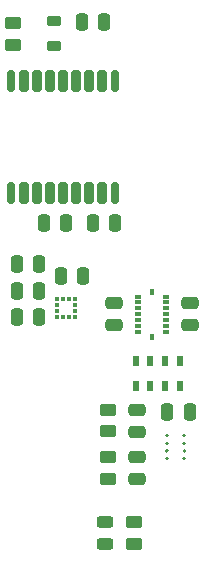
<source format=gbr>
%TF.GenerationSoftware,KiCad,Pcbnew,8.0.3*%
%TF.CreationDate,2024-10-23T15:01:46-04:00*%
%TF.ProjectId,SensorBoardNoMCU,53656e73-6f72-4426-9f61-72644e6f4d43,rev?*%
%TF.SameCoordinates,Original*%
%TF.FileFunction,Paste,Top*%
%TF.FilePolarity,Positive*%
%FSLAX46Y46*%
G04 Gerber Fmt 4.6, Leading zero omitted, Abs format (unit mm)*
G04 Created by KiCad (PCBNEW 8.0.3) date 2024-10-23 15:01:46*
%MOMM*%
%LPD*%
G01*
G04 APERTURE LIST*
G04 Aperture macros list*
%AMRoundRect*
0 Rectangle with rounded corners*
0 $1 Rounding radius*
0 $2 $3 $4 $5 $6 $7 $8 $9 X,Y pos of 4 corners*
0 Add a 4 corners polygon primitive as box body*
4,1,4,$2,$3,$4,$5,$6,$7,$8,$9,$2,$3,0*
0 Add four circle primitives for the rounded corners*
1,1,$1+$1,$2,$3*
1,1,$1+$1,$4,$5*
1,1,$1+$1,$6,$7*
1,1,$1+$1,$8,$9*
0 Add four rect primitives between the rounded corners*
20,1,$1+$1,$2,$3,$4,$5,0*
20,1,$1+$1,$4,$5,$6,$7,0*
20,1,$1+$1,$6,$7,$8,$9,0*
20,1,$1+$1,$8,$9,$2,$3,0*%
G04 Aperture macros list end*
%ADD10C,0.175000*%
%ADD11RoundRect,0.250000X-0.475000X0.250000X-0.475000X-0.250000X0.475000X-0.250000X0.475000X0.250000X0*%
%ADD12RoundRect,0.243750X0.456250X-0.243750X0.456250X0.243750X-0.456250X0.243750X-0.456250X-0.243750X0*%
%ADD13R,0.590000X0.350000*%
%ADD14R,0.350000X0.590000*%
%ADD15RoundRect,0.250000X-0.250000X-0.475000X0.250000X-0.475000X0.250000X0.475000X-0.250000X0.475000X0*%
%ADD16RoundRect,0.218750X-0.381250X0.218750X-0.381250X-0.218750X0.381250X-0.218750X0.381250X0.218750X0*%
%ADD17RoundRect,0.250000X0.450000X-0.262500X0.450000X0.262500X-0.450000X0.262500X-0.450000X-0.262500X0*%
%ADD18RoundRect,0.250000X0.250000X0.475000X-0.250000X0.475000X-0.250000X-0.475000X0.250000X-0.475000X0*%
%ADD19R,0.550000X0.950000*%
%ADD20RoundRect,0.250000X0.475000X-0.250000X0.475000X0.250000X-0.475000X0.250000X-0.475000X-0.250000X0*%
%ADD21RoundRect,0.175000X0.175000X-0.725000X0.175000X0.725000X-0.175000X0.725000X-0.175000X-0.725000X0*%
%ADD22RoundRect,0.200000X0.200000X-0.700000X0.200000X0.700000X-0.200000X0.700000X-0.200000X-0.700000X0*%
%ADD23R,0.350000X0.375000*%
%ADD24R,0.375000X0.350000*%
G04 APERTURE END LIST*
D10*
%TO.C,U5*%
X103862500Y-89275000D02*
G75*
G02*
X103687500Y-89275000I-87500J0D01*
G01*
X103687500Y-89275000D02*
G75*
G02*
X103862500Y-89275000I87500J0D01*
G01*
X103862500Y-89925000D02*
G75*
G02*
X103687500Y-89925000I-87500J0D01*
G01*
X103687500Y-89925000D02*
G75*
G02*
X103862500Y-89925000I87500J0D01*
G01*
X103862500Y-90575000D02*
G75*
G02*
X103687500Y-90575000I-87500J0D01*
G01*
X103687500Y-90575000D02*
G75*
G02*
X103862500Y-90575000I87500J0D01*
G01*
X103862500Y-91225000D02*
G75*
G02*
X103687500Y-91225000I-87500J0D01*
G01*
X103687500Y-91225000D02*
G75*
G02*
X103862500Y-91225000I87500J0D01*
G01*
X105312500Y-89275000D02*
G75*
G02*
X105137500Y-89275000I-87500J0D01*
G01*
X105137500Y-89275000D02*
G75*
G02*
X105312500Y-89275000I87500J0D01*
G01*
X105312500Y-89925000D02*
G75*
G02*
X105137500Y-89925000I-87500J0D01*
G01*
X105137500Y-89925000D02*
G75*
G02*
X105312500Y-89925000I87500J0D01*
G01*
X105312500Y-90575000D02*
G75*
G02*
X105137500Y-90575000I-87500J0D01*
G01*
X105137500Y-90575000D02*
G75*
G02*
X105312500Y-90575000I87500J0D01*
G01*
X105312500Y-91225000D02*
G75*
G02*
X105137500Y-91225000I-87500J0D01*
G01*
X105137500Y-91225000D02*
G75*
G02*
X105312500Y-91225000I87500J0D01*
G01*
%TD*%
D11*
%TO.C,C3*%
X99250000Y-78050000D03*
X99250000Y-79950000D03*
%TD*%
D12*
%TO.C,D1*%
X98500000Y-98437500D03*
X98500000Y-96562500D03*
%TD*%
D13*
%TO.C,U1*%
X101335000Y-80500000D03*
X101335000Y-80000000D03*
X101335000Y-79500000D03*
X101335000Y-79000000D03*
X101335000Y-78500000D03*
X101335000Y-78000000D03*
X101335000Y-77500000D03*
D14*
X102500000Y-77085000D03*
D13*
X103665000Y-77500000D03*
X103665000Y-78000000D03*
X103665000Y-78500000D03*
X103665000Y-79000000D03*
X103665000Y-79500000D03*
X103665000Y-80000000D03*
X103665000Y-80500000D03*
D14*
X102500000Y-80915000D03*
%TD*%
D15*
%TO.C,C10*%
X103800000Y-87250000D03*
X105700000Y-87250000D03*
%TD*%
%TO.C,C9*%
X94800000Y-75750000D03*
X96700000Y-75750000D03*
%TD*%
D16*
%TO.C,L1*%
X94250000Y-54187500D03*
X94250000Y-56312500D03*
%TD*%
D15*
%TO.C,C8*%
X96550000Y-54250000D03*
X98450000Y-54250000D03*
%TD*%
D17*
%TO.C,R2*%
X101000000Y-98412500D03*
X101000000Y-96587500D03*
%TD*%
D18*
%TO.C,C6*%
X92950000Y-79250000D03*
X91050000Y-79250000D03*
%TD*%
D17*
%TO.C,R3*%
X98750000Y-88912500D03*
X98750000Y-87087500D03*
%TD*%
D18*
%TO.C,C2*%
X95250000Y-71250000D03*
X93350000Y-71250000D03*
%TD*%
D19*
%TO.C,U4*%
X101125000Y-85075000D03*
X102375000Y-85075000D03*
X103625000Y-85075000D03*
X104875000Y-85075000D03*
X104875000Y-82925000D03*
X103625000Y-82925000D03*
X102375000Y-82925000D03*
X101125000Y-82925000D03*
%TD*%
D11*
%TO.C,C12*%
X101250000Y-87100000D03*
X101250000Y-89000000D03*
%TD*%
D20*
%TO.C,C4*%
X105750000Y-79950000D03*
X105750000Y-78050000D03*
%TD*%
D17*
%TO.C,R4*%
X98750000Y-92912500D03*
X98750000Y-91087500D03*
%TD*%
D18*
%TO.C,C5*%
X92950000Y-77000000D03*
X91050000Y-77000000D03*
%TD*%
D21*
%TO.C,U3*%
X90600000Y-68750000D03*
D22*
X91700000Y-68750000D03*
X92800000Y-68750000D03*
X93900000Y-68750000D03*
X95000000Y-68750000D03*
X96100000Y-68750000D03*
X97200000Y-68750000D03*
X98300000Y-68750000D03*
D21*
X99400000Y-68750000D03*
X99400000Y-59250000D03*
D22*
X98300000Y-59250000D03*
X97200000Y-59250000D03*
X96100000Y-59250000D03*
X95000000Y-59250000D03*
X93900000Y-59250000D03*
X92800000Y-59250000D03*
X91700000Y-59250000D03*
D21*
X90600000Y-59250000D03*
%TD*%
D15*
%TO.C,C7*%
X91050000Y-74750000D03*
X92950000Y-74750000D03*
%TD*%
D17*
%TO.C,R1*%
X90750000Y-56162500D03*
X90750000Y-54337500D03*
%TD*%
D11*
%TO.C,C11*%
X101250000Y-91050000D03*
X101250000Y-92950000D03*
%TD*%
D23*
%TO.C,U2*%
X96000000Y-77737500D03*
X95500000Y-77737500D03*
X95000000Y-77737500D03*
X94500000Y-77737500D03*
D24*
X94487500Y-78250000D03*
X94487500Y-78750000D03*
D23*
X94500000Y-79262500D03*
X95000000Y-79262500D03*
X95500000Y-79262500D03*
X96000000Y-79262500D03*
D24*
X96012500Y-78750000D03*
X96012500Y-78250000D03*
%TD*%
D15*
%TO.C,C1*%
X97500000Y-71250000D03*
X99400000Y-71250000D03*
%TD*%
M02*

</source>
